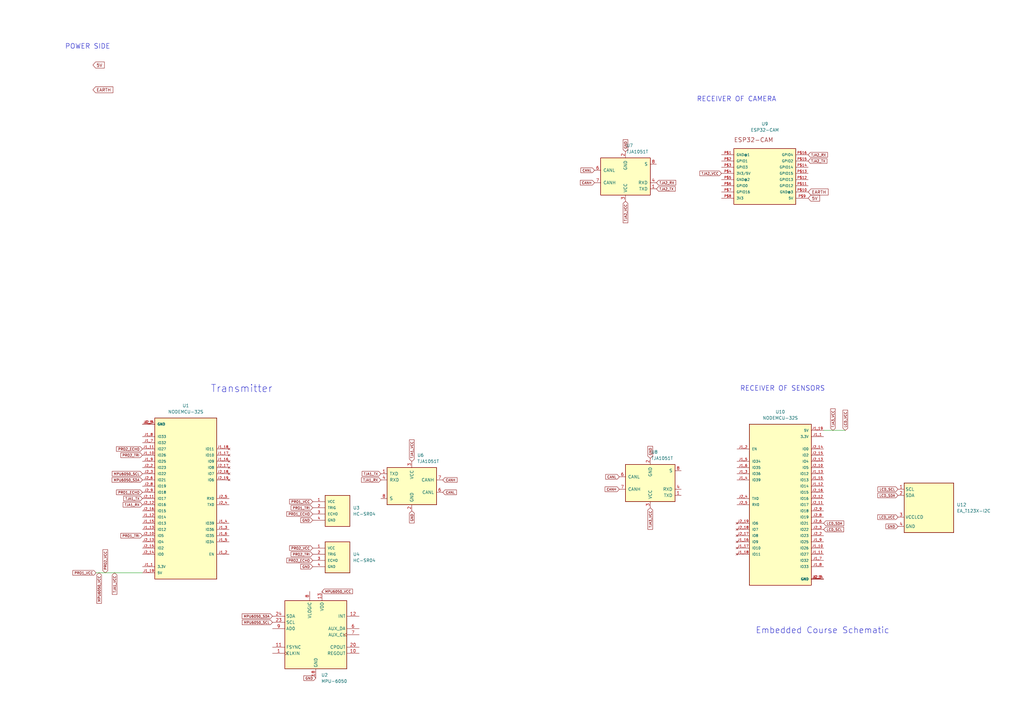
<source format=kicad_sch>
(kicad_sch (version 20230121) (generator eeschema)
  (paper "A3")
  (lib_symbols
    (symbol "Display_Character:EA_T123X-I2C"
      (property "Reference" "U" (at -8.89 11.43 0))
      (property "Value" "EA_T123X-I2C" (at 3.556 11.684 0))
      (symbol "EA_T123X-I2C_0_1"
        (rectangle (start -10.16 10.16) (end 10.16 -10.16) (stroke (width 0.254)) (fill (type background)))
      )
      (symbol "EA_T123X-I2C_1_1"
        (pin input line (at -12.7 7.62 0) (length 2.54) (name "SCL") (number "1"))
        (pin bidirectional line (at -12.7 5.08 0) (length 2.54) (name "SDA") (number "2"))
        (pin input line (at -12.7 -3.81 0) (length 2.54) (name "VCCLCD") (number "3"))
        (pin input line (at -12.7 -7.62 0) (length 2.54) (name "GND") (number "4"))
      )
    )
    (symbol "ESP32-CAM:ESP32-CAM" (pin_names (offset 1.016))
      (property "Reference" "U" (at 0 0 0))
      (property "Value" "ESP32-CAM" (at 0 0 0))
      (symbol "ESP32-CAM_0_0"
        (rectangle (start -12.7 -10.16) (end 12.7 12.7) (stroke (width 0.254)) (fill (type background)))
        (text "ESP32-CAM" (at -12.7 15.24 0) (effects (font (size 1.778 1.778)) (justify left bottom)))
        (pin bidirectional line (at -17.78 10.16 0) (length 5.08) (name "GND@1") (number "P$1"))
        (pin bidirectional line (at 17.78 -5.08 180) (length 5.08) (name "GND@3") (number "P$10"))
        (pin bidirectional line (at 17.78 -2.54 180) (length 5.08) (name "GPIO12") (number "P$11"))
        (pin bidirectional line (at 17.78 0 180) (length 5.08) (name "GPIO13") (number "P$12"))
        (pin bidirectional line (at 17.78 2.54 180) (length 5.08) (name "GPIO15") (number "P$13"))
        (pin bidirectional line (at 17.78 5.08 180) (length 5.08) (name "GPIO14") (number "P$14"))
        (pin bidirectional line (at 17.78 7.62 180) (length 5.08) (name "GPIO2") (number "P$15"))
        (pin bidirectional line (at 17.78 10.16 180) (length 5.08) (name "GPIO4") (number "P$16"))
        (pin bidirectional line (at -17.78 7.62 0) (length 5.08) (name "GPIO1") (number "P$2"))
        (pin bidirectional line (at -17.78 5.08 0) (length 5.08) (name "GPIO3") (number "P$3"))
        (pin bidirectional line (at -17.78 2.54 0) (length 5.08) (name "3V3/5V") (number "P$4"))
        (pin bidirectional line (at -17.78 0 0) (length 5.08) (name "GND@2") (number "P$5"))
        (pin bidirectional line (at -17.78 -2.54 0) (length 5.08) (name "GPIO0") (number "P$6"))
        (pin bidirectional line (at -17.78 -5.08 0) (length 5.08) (name "GPIO16") (number "P$7"))
        (pin bidirectional line (at -17.78 -7.62 0) (length 5.08) (name "3V3") (number "P$8"))
        (pin bidirectional line (at 17.78 -7.62 180) (length 5.08) (name "5V") (number "P$9"))
      )
    )
    (symbol "HC-SR04:HC-SR04" (pin_names (offset 1.016))
      (property "Reference" "U" (at 0 5.0813 0))
      (property "Value" "HC-SR04" (at 0 -10.163 0))
      (symbol "HC-SR04_0_0"
        (rectangle (start 0 -7.62) (end 10.16 5.08) (stroke (width 0.254)) (fill (type background)))
        (pin power_in line (at -5.08 2.54 0) (length 5.08) (name "VCC") (number "1"))
        (pin bidirectional line (at -5.08 0 0) (length 5.08) (name "TRIG") (number "2"))
        (pin bidirectional line (at -5.08 -2.54 0) (length 5.08) (name "ECHO") (number "3"))
        (pin power_in line (at -5.08 -5.08 0) (length 5.08) (name "GND") (number "4"))
      )
    )
    (symbol "Interface_CAN_LIN:TJA1051T" (pin_names (offset 1.016))
      (property "Reference" "U" (at -10.16 8.89 0))
      (property "Value" "TJA1051T" (at 1.27 8.89 0))
      (symbol "TJA1051T_0_1"
        (rectangle (start -10.16 7.62) (end 10.16 -7.62) (stroke (width 0.254)) (fill (type background)))
      )
      (symbol "TJA1051T_1_1"
        (pin input line (at -12.7 5.08 0) (length 2.54) (name "TXD") (number "1"))
        (pin power_in line (at 0 -10.16 90) (length 2.54) (name "GND") (number "2"))
        (pin power_in line (at 0 10.16 270) (length 2.54) (name "VCC") (number "3"))
        (pin output line (at -12.7 2.54 0) (length 2.54) (name "RXD") (number "4"))
        (pin no_connect line (at -10.16 -2.54 0) (length 2.54) hide (name "NC") (number "5"))
        (pin bidirectional line (at 12.7 -2.54 180) (length 2.54) (name "CANL") (number "6"))
        (pin bidirectional line (at 12.7 2.54 180) (length 2.54) (name "CANH") (number "7"))
        (pin input line (at -12.7 -5.08 0) (length 2.54) (name "S") (number "8"))
      )
    )
    (symbol "NODEMCU-32S:NODEMCU-32S" (pin_names (offset 1.016))
      (property "Reference" "U" (at -12.7 33.782 0))
      (property "Value" "NODEMCU-32S" (at -12.7 -35.56 0))
      (symbol "NODEMCU-32S_0_0"
        (rectangle (start -12.7 -33.02) (end 12.7 33.02) (stroke (width 0.254)) (fill (type background)))
        (pin power_in line (at 17.78 27.94 180) (length 5.08) (name "3.3V") (number "J1_1"))
        (pin bidirectional line (at 17.78 -17.78 180) (length 5.08) (name "IO26") (number "J1_10"))
        (pin bidirectional line (at 17.78 -20.32 180) (length 5.08) (name "IO27") (number "J1_11"))
        (pin bidirectional line (at 17.78 7.62 180) (length 5.08) (name "IO14") (number "J1_12"))
        (pin bidirectional line (at 17.78 12.7 180) (length 5.08) (name "IO12") (number "J1_13"))
        (pin power_in line (at 17.78 -30.48 180) (length 5.08) (name "GND") (number "J1_14"))
        (pin bidirectional line (at 17.78 10.16 180) (length 5.08) (name "IO13") (number "J1_15"))
        (pin no_connect line (at -17.78 -15.24 0) (length 5.08) (name "IO9") (number "J1_16"))
        (pin no_connect line (at -17.78 -17.78 0) (length 5.08) (name "IO10") (number "J1_17"))
        (pin no_connect line (at -17.78 -20.32 0) (length 5.08) (name "IO11") (number "J1_18"))
        (pin power_in line (at 17.78 30.48 180) (length 5.08) (name "5V") (number "J1_19"))
        (pin input line (at -17.78 22.86 0) (length 5.08) (name "EN") (number "J1_2"))
        (pin input line (at -17.78 12.7 0) (length 5.08) (name "IO36") (number "J1_3"))
        (pin input line (at -17.78 10.16 0) (length 5.08) (name "IO39") (number "J1_4"))
        (pin input line (at -17.78 17.78 0) (length 5.08) (name "IO34") (number "J1_5"))
        (pin input line (at -17.78 15.24 0) (length 5.08) (name "IO35") (number "J1_6"))
        (pin bidirectional line (at 17.78 -22.86 180) (length 5.08) (name "IO32") (number "J1_7"))
        (pin bidirectional line (at 17.78 -25.4 180) (length 5.08) (name "IO33") (number "J1_8"))
        (pin bidirectional line (at 17.78 -15.24 180) (length 5.08) (name "IO25") (number "J1_9"))
        (pin power_in line (at 17.78 -30.48 180) (length 5.08) (name "GND") (number "J2_1"))
        (pin bidirectional line (at 17.78 15.24 180) (length 5.08) (name "IO5") (number "J2_10"))
        (pin bidirectional line (at 17.78 0 180) (length 5.08) (name "IO17") (number "J2_11"))
        (pin bidirectional line (at 17.78 2.54 180) (length 5.08) (name "IO16") (number "J2_12"))
        (pin bidirectional line (at 17.78 17.78 180) (length 5.08) (name "IO4") (number "J2_13"))
        (pin bidirectional line (at 17.78 22.86 180) (length 5.08) (name "IO0") (number "J2_14"))
        (pin bidirectional line (at 17.78 20.32 180) (length 5.08) (name "IO2") (number "J2_15"))
        (pin bidirectional line (at 17.78 5.08 180) (length 5.08) (name "IO15") (number "J2_16"))
        (pin no_connect line (at -17.78 -12.7 0) (length 5.08) (name "IO8") (number "J2_17"))
        (pin no_connect line (at -17.78 -10.16 0) (length 5.08) (name "IO7") (number "J2_18"))
        (pin no_connect line (at -17.78 -7.62 0) (length 5.08) (name "IO6") (number "J2_19"))
        (pin bidirectional line (at 17.78 -12.7 180) (length 5.08) (name "IO23") (number "J2_2"))
        (pin bidirectional line (at 17.78 -10.16 180) (length 5.08) (name "IO22") (number "J2_3"))
        (pin bidirectional line (at -17.78 2.54 0) (length 5.08) (name "TX0") (number "J2_4"))
        (pin bidirectional line (at -17.78 0 0) (length 5.08) (name "RX0") (number "J2_5"))
        (pin bidirectional line (at 17.78 -7.62 180) (length 5.08) (name "IO21") (number "J2_6"))
        (pin power_in line (at 17.78 -30.48 180) (length 5.08) (name "GND") (number "J2_7"))
        (pin bidirectional line (at 17.78 -5.08 180) (length 5.08) (name "IO19") (number "J2_8"))
        (pin bidirectional line (at 17.78 -2.54 180) (length 5.08) (name "IO18") (number "J2_9"))
      )
    )
    (symbol "Sensor_Motion:MPU-6050"
      (property "Reference" "U" (at -11.43 13.97 0))
      (property "Value" "MPU-6050" (at 7.62 -15.24 0))
      (symbol "MPU-6050_0_0"
        (text "" (at 12.7 -2.54 0) (effects (font (size 1.27 1.27))))
      )
      (symbol "MPU-6050_0_1"
        (rectangle (start -12.7 13.97) (end 12.7 -13.97) (stroke (width 0.254)) (fill (type background)))
      )
      (symbol "MPU-6050_1_1"
        (pin input clock (at -17.78 -7.62 0) (length 5.08) (name "CLKIN") (number "1"))
        (pin passive line (at 17.78 -7.62 180) (length 5.08) (name "REGOUT") (number "10"))
        (pin input line (at -17.78 -5.08 0) (length 5.08) (name "FSYNC") (number "11"))
        (pin output line (at 17.78 7.62 180) (length 5.08) (name "INT") (number "12"))
        (pin power_in line (at 2.54 17.78 270) (length 3.81) (name "VDD") (number "13"))
        (pin no_connect line (at -12.7 -10.16 0) (length 2.54) hide (name "NC") (number "14"))
        (pin no_connect line (at 12.7 12.7 180) (length 2.54) hide (name "NC") (number "15"))
        (pin no_connect line (at 12.7 10.16 180) (length 2.54) hide (name "NC") (number "16"))
        (pin no_connect line (at 12.7 5.08 180) (length 2.54) hide (name "NC") (number "17"))
        (pin power_in line (at 0 -17.78 90) (length 3.81) (name "GND") (number "18"))
        (pin no_connect line (at 12.7 -10.16 180) (length 2.54) hide (name "RESV") (number "19"))
        (pin no_connect line (at -12.7 12.7 0) (length 2.54) hide (name "NC") (number "2"))
        (pin passive line (at 17.78 -5.08 180) (length 5.08) (name "CPOUT") (number "20"))
        (pin no_connect line (at 12.7 -2.54 180) (length 2.54) hide (name "RESV") (number "21"))
        (pin no_connect line (at 12.7 -12.7 180) (length 2.54) hide (name "RESV") (number "22"))
        (pin input line (at -17.78 5.08 0) (length 5.08) (name "SCL") (number "23"))
        (pin bidirectional line (at -17.78 7.62 0) (length 5.08) (name "SDA") (number "24"))
        (pin no_connect line (at -12.7 10.16 0) (length 2.54) hide (name "NC") (number "3"))
        (pin no_connect line (at -12.7 0 0) (length 2.54) hide (name "NC") (number "4"))
        (pin no_connect line (at -12.7 -2.54 0) (length 2.54) hide (name "NC") (number "5"))
        (pin bidirectional line (at 17.78 2.54 180) (length 5.08) (name "AUX_DA") (number "6"))
        (pin output clock (at 17.78 0 180) (length 5.08) (name "AUX_CL") (number "7"))
        (pin power_in line (at -2.54 17.78 270) (length 3.81) (name "VLOGIC") (number "8"))
        (pin input line (at -17.78 2.54 0) (length 5.08) (name "AD0") (number "9"))
      )
    )
  )
  (wire (pts (xy 39.37 234.95) (xy 58.42 234.95)))
  (wire (pts (xy 346.71 176.53) (xy 337.82 176.53)))
  (text "Embedded Course Schematic\n\n" (at 309.88 264.16 0) (effects (font (size 2.5 2.5)) (justify left bottom)))
  (text "POWER SIDE \n" (at 26.67 20.32 0) (effects (font (size 2 2)) (justify left bottom)))
  (text "RECEIVER OF SENSORS\n\n" (at 303.53 163.83 0) (effects (font (size 2 2)) (justify left bottom)))
  (text "RECEIVER OF CAMERA\n" (at 285.75 41.91 0) (effects (font (size 2 2)) (justify left bottom)))
  (text "Transmitter\n" (at 86.36 161.29 0) (effects (font (size 3 3)) (justify left bottom)))
  (global_label "5V" (shape input) (at 331.47 81.28 0) (property "Intersheetrefs" "${INTERSHEET_REFS}" (effects hide)))
  (global_label "TJA2_VCC" (shape input) (at 256.54 82.55 270) (effects (font (size 1 1))) (property "Intersheetrefs" "${INTERSHEET_REFS}" (effects hide)))
  (global_label "PRO2_VCC" (shape input) (at 43.18 234.95 90) (effects (font (size 1 1))) (property "Intersheetrefs" "${INTERSHEET_REFS}" (effects hide)))
  (global_label "TJA1_TX" (shape input) (at 156.21 194.31 180) (effects (font (size 1 1))) (property "Intersheetrefs" "${INTERSHEET_REFS}" (effects hide)))
  (global_label "TJA3_VCC" (shape input) (at 266.7 208.28 270) (effects (font (size 1 1))) (property "Intersheetrefs" "${INTERSHEET_REFS}" (effects hide)))
  (global_label "PRO2_TRI" (shape input) (at 128.27 227.33 180) (effects (font (size 1 1))) (property "Intersheetrefs" "${INTERSHEET_REFS}" (effects hide)))
  (global_label "MPU6050_SCL" (shape input) (at 58.42 194.31 180) (effects (font (size 1 1))) (property "Intersheetrefs" "${INTERSHEET_REFS}" (effects hide)))
  (global_label "MPU6050_VCC" (shape input) (at 132.08 242.57 0) (effects (font (size 1 1))) (property "Intersheetrefs" "${INTERSHEET_REFS}" (effects hide)))
  (global_label "PRO1_TRI" (shape input) (at 128.27 208.28 180) (effects (font (size 1 1))) (property "Intersheetrefs" "${INTERSHEET_REFS}" (effects hide)))
  (global_label "MPU6050_SDA" (shape input) (at 58.42 196.85 180) (effects (font (size 1 1))) (property "Intersheetrefs" "${INTERSHEET_REFS}" (effects hide)))
  (global_label "CANH" (shape input) (at 243.84 74.93 180) (effects (font (size 1 1))) (property "Intersheetrefs" "${INTERSHEET_REFS}" (effects hide)))
  (global_label "EARTH" (shape input) (at 331.47 78.74 0) (property "Intersheetrefs" "${INTERSHEET_REFS}" (effects hide)))
  (global_label "EARTH" (shape input) (at 38.1 36.83 0) (property "Intersheetrefs" "${INTERSHEET_REFS}" (effects hide)))
  (global_label "LCD_SCL" (shape input) (at 368.3 200.66 180) (effects (font (size 1 1))) (property "Intersheetrefs" "${INTERSHEET_REFS}" (effects hide)))
  (global_label "PRO1_VCC" (shape input) (at 128.27 205.74 180) (effects (font (size 1 1))) (property "Intersheetrefs" "${INTERSHEET_REFS}" (effects hide)))
  (global_label "PRO1_VCC" (shape input) (at 39.37 234.95 180) (effects (font (size 1 1))) (property "Intersheetrefs" "${INTERSHEET_REFS}" (effects hide)))
  (global_label "MPU6050_SCL" (shape input) (at 111.76 255.27 180) (effects (font (size 1 1))) (property "Intersheetrefs" "${INTERSHEET_REFS}" (effects hide)))
  (global_label "LCD_VCC" (shape input) (at 368.3 212.09 180) (effects (font (size 1 1))) (property "Intersheetrefs" "${INTERSHEET_REFS}" (effects hide)))
  (global_label "PRO2_ECHO" (shape input) (at 58.42 184.15 180) (effects (font (size 1 1))) (property "Intersheetrefs" "${INTERSHEET_REFS}" (effects hide)))
  (global_label "PRO2_VCC" (shape input) (at 128.27 224.79 180) (effects (font (size 1 1))) (property "Intersheetrefs" "${INTERSHEET_REFS}" (effects hide)))
  (global_label "LCD_SDA" (shape input) (at 368.3 203.2 180) (effects (font (size 1 1))) (property "Intersheetrefs" "${INTERSHEET_REFS}" (effects hide)))
  (global_label "CANL" (shape input) (at 243.84 69.85 180) (effects (font (size 1 1))) (property "Intersheetrefs" "${INTERSHEET_REFS}" (effects hide)))
  (global_label "GND" (shape input) (at 129.54 278.13 180) (effects (font (size 1 1))) (property "Intersheetrefs" "${INTERSHEET_REFS}" (effects hide)))
  (global_label "GND" (shape input) (at 266.7 187.96 90) (effects (font (size 1 1))) (property "Intersheetrefs" "${INTERSHEET_REFS}" (effects hide)))
  (global_label "PRO2_ECHO" (shape input) (at 128.27 229.87 180) (effects (font (size 1 1))) (property "Intersheetrefs" "${INTERSHEET_REFS}" (effects hide)))
  (global_label "CANL" (shape input) (at 181.61 201.93 0) (effects (font (size 1 1))) (property "Intersheetrefs" "${INTERSHEET_REFS}" (effects hide)))
  (global_label "5V" (shape input) (at 38.1 26.67 0) (property "Intersheetrefs" "${INTERSHEET_REFS}" (effects hide)))
  (global_label "TJA1_RX" (shape input) (at 156.21 196.85 180) (effects (font (size 1 1))) (property "Intersheetrefs" "${INTERSHEET_REFS}" (effects hide)))
  (global_label "TJA2_TX" (shape input) (at 269.24 77.47 0) (effects (font (size 1 1))) (property "Intersheetrefs" "${INTERSHEET_REFS}" (effects hide)))
  (global_label "TJA2_TX" (shape input) (at 331.47 66.04 0) (effects (font (size 1 1))) (property "Intersheetrefs" "${INTERSHEET_REFS}" (effects hide)))
  (global_label "PRO1_ECHO" (shape input) (at 128.27 210.82 180) (effects (font (size 1 1))) (property "Intersheetrefs" "${INTERSHEET_REFS}" (effects hide)))
  (global_label "GND" (shape input) (at 128.27 213.36 180) (effects (font (size 1 1))) (property "Intersheetrefs" "${INTERSHEET_REFS}" (effects hide)))
  (global_label "GND" (shape input) (at 368.3 215.9 180) (effects (font (size 1 1))) (property "Intersheetrefs" "${INTERSHEET_REFS}" (effects hide)))
  (global_label "CANL" (shape input) (at 254 195.58 180) (effects (font (size 1 1))) (property "Intersheetrefs" "${INTERSHEET_REFS}" (effects hide)))
  (global_label "LCD_VCC" (shape input) (at 346.71 176.53 90) (effects (font (size 1 1))) (property "Intersheetrefs" "${INTERSHEET_REFS}" (effects hide)))
  (global_label "LCD_SCL" (shape input) (at 337.82 217.17 0) (effects (font (size 1 1))) (property "Intersheetrefs" "${INTERSHEET_REFS}" (effects hide)))
  (global_label "TJA2_VCC" (shape input) (at 295.91 71.12 180) (effects (font (size 1 1))) (property "Intersheetrefs" "${INTERSHEET_REFS}" (effects hide)))
  (global_label "TJA1_VCC" (shape input) (at 168.91 189.23 90) (effects (font (size 1 1))) (property "Intersheetrefs" "${INTERSHEET_REFS}" (effects hide)))
  (global_label "CANH" (shape input) (at 254 200.66 180) (effects (font (size 1 1))) (property "Intersheetrefs" "${INTERSHEET_REFS}" (effects hide)))
  (global_label "PRO1_TRI" (shape input) (at 58.42 219.71 180) (effects (font (size 1 1))) (property "Intersheetrefs" "${INTERSHEET_REFS}" (effects hide)))
  (global_label "GND" (shape input) (at 256.54 62.23 90) (effects (font (size 1 1))) (property "Intersheetrefs" "${INTERSHEET_REFS}" (effects hide)))
  (global_label "GND" (shape input) (at 168.91 209.55 270) (effects (font (size 1 1))) (property "Intersheetrefs" "${INTERSHEET_REFS}" (effects hide)))
  (global_label "PRO2_TRI" (shape input) (at 58.42 186.69 180) (effects (font (size 1 1))) (property "Intersheetrefs" "${INTERSHEET_REFS}" (effects hide)))
  (global_label "TJA1_VCC" (shape input) (at 46.99 234.95 270) (effects (font (size 1 1))) (property "Intersheetrefs" "${INTERSHEET_REFS}" (effects hide)))
  (global_label "TJA3_VCC" (shape input) (at 341.63 176.53 90) (effects (font (size 1 1))) (property "Intersheetrefs" "${INTERSHEET_REFS}" (effects hide)))
  (global_label "TJA1_RX" (shape input) (at 58.42 207.01 180) (effects (font (size 1 1))) (property "Intersheetrefs" "${INTERSHEET_REFS}" (effects hide)))
  (global_label "LCD_SDA" (shape input) (at 337.82 214.63 0) (effects (font (size 1 1))) (property "Intersheetrefs" "${INTERSHEET_REFS}" (effects hide)))
  (global_label "GND" (shape input) (at 128.27 232.41 180) (effects (font (size 1 1))) (property "Intersheetrefs" "${INTERSHEET_REFS}" (effects hide)))
  (global_label "CANH" (shape input) (at 181.61 196.85 0) (effects (font (size 1 1))) (property "Intersheetrefs" "${INTERSHEET_REFS}" (effects hide)))
  (global_label "PRO1_ECHO" (shape input) (at 58.42 201.93 180) (effects (font (size 1 1))) (property "Intersheetrefs" "${INTERSHEET_REFS}" (effects hide)))
  (global_label "MPU6050_SDA" (shape input) (at 111.76 252.73 180) (effects (font (size 1 1))) (property "Intersheetrefs" "${INTERSHEET_REFS}" (effects hide)))
  (global_label "TJA1_TX" (shape input) (at 58.42 204.47 180) (effects (font (size 1 1))) (property "Intersheetrefs" "${INTERSHEET_REFS}" (effects hide)))
  (global_label "MPU6050_VCC" (shape input) (at 40.64 234.95 270) (effects (font (size 1 1))) (property "Intersheetrefs" "${INTERSHEET_REFS}" (effects hide)))
  (global_label "TJA2_RX" (shape input) (at 269.24 74.93 0) (effects (font (size 1 1))) (property "Intersheetrefs" "${INTERSHEET_REFS}" (effects hide)))
  (global_label "TJA2_RX" (shape input) (at 331.47 63.5 0) (effects (font (size 1 1))) (property "Intersheetrefs" "${INTERSHEET_REFS}" (effects hide)))
  (symbol (lib_id "NODEMCU-32S:NODEMCU-32S") (at 76.2 204.47 180) (unit 1)
    (property "Reference" "U1" (at 76.2 166.37 0))
    (property "Value" "NODEMCU-32S" (at 76.2 168.91 0))
    (property "Footprint" "NODEMCU-32S:MODULE_NODEMCU-32S" (effects hide))
    (property "MF" "AI-Thinker" (effects hide))
    (property "MAXIMUM_PACKAGE_HEIGHT" "3.00mm" (effects hide))
    (property "Package" "Package" (effects hide))
    (property "Price" "None" (effects hide))
    (property "Check_prices" "https://www.snapeda.com/parts/NODEMCU-32S/AI-Thinker/view-part/?ref=eda" (effects hide))
    (property "STANDARD" "Manufacturer Recommendations" (effects hide))
    (property "PARTREV" "V1" (effects hide))
    (property "SnapEDA_Link" "https://www.snapeda.com/parts/NODEMCU-32S/AI-Thinker/view-part/?ref=snap" (effects hide))
    (property "MP" "NODEMCU-32S" (effects hide))
    (property "Description" "\nWIFI MODULE V1\n" (effects hide))
    (property "Availability" "Not in stock" (effects hide))
    (property "MANUFACTURER" "AI-Thinker" (effects hide))
  )
  (symbol (lib_id "HC-SR04:HC-SR04") (at 133.35 208.28 0) (unit 1)
    (property "Reference" "U3" (at 144.78 208.28 0) (effects (justify left)))
    (property "Value" "HC-SR04" (at 144.78 210.82 0) (effects (justify left)))
    (property "Footprint" "HC-SR04:XCVR_HC-SR04" (effects hide))
    (property "MF" "OSEPP Electronics LTD" (effects hide))
    (property "Description" "\nUltrasonic Sensor Module,Rectangular,20-4000 mm,5 V,15 mA,Arduino Compatible | OSEPP HC-SR04\n" (effects hide))
    (property "Package" "None" (effects hide))
    (property "Price" "None" (effects hide))
    (property "Check_prices" "https://www.snapeda.com/parts/HC-SR04/Applied+Avionics/view-part/?ref=eda" (effects hide))
    (property "SnapEDA_Link" "https://www.snapeda.com/parts/HC-SR04/Applied+Avionics/view-part/?ref=snap" (effects hide))
    (property "MP" "HC-SR04" (effects hide))
    (property "Availability" "In Stock" (effects hide))
    (property "MANUFACTURER" "Osepp" (effects hide))
  )
  (symbol (lib_id "Interface_CAN_LIN:TJA1051T") (at 266.7 198.12 180) (unit 1)
    (property "Reference" "U8" (at 267.0459 185.42 0) (effects (justify right)))
    (property "Value" "TJA1051T" (at 267.0459 187.96 0) (effects (justify right)))
    (property "Footprint" "Package_SO:SOIC-8_3.9x4.9mm_P1.27mm" (effects hide))
    (property "Datasheet" "http://www.nxp.com/docs/en/data-sheet/TJA1051.pdf" (effects hide))
  )
  (symbol (lib_id "Sensor_Motion:MPU-6050") (at 129.54 260.35 0) (unit 1)
    (property "Reference" "U2" (at 131.7341 276.86 0) (effects (justify left)))
    (property "Value" "MPU-6050" (at 131.7341 279.4 0) (effects (justify left)))
    (property "Footprint" "Sensor_Motion:InvenSense_QFN-24_4x4mm_P0.5mm" (effects hide))
    (property "Datasheet" "https://invensense.tdk.com/wp-content/uploads/2015/02/MPU-6000-Datasheet1.pdf" (effects hide))
  )
  (symbol (lib_id "NODEMCU-32S:NODEMCU-32S") (at 320.04 207.01 0) (unit 1)
    (property "Reference" "U10" (at 320.04 168.91 0))
    (property "Value" "NODEMCU-32S" (at 320.04 171.45 0))
    (property "Footprint" "NODEMCU-32S:MODULE_NODEMCU-32S" (effects hide))
    (property "MF" "AI-Thinker" (effects hide))
    (property "MAXIMUM_PACKAGE_HEIGHT" "3.00mm" (effects hide))
    (property "Package" "Package" (effects hide))
    (property "Price" "None" (effects hide))
    (property "Check_prices" "https://www.snapeda.com/parts/NODEMCU-32S/AI-Thinker/view-part/?ref=eda" (effects hide))
    (property "STANDARD" "Manufacturer Recommendations" (effects hide))
    (property "PARTREV" "V1" (effects hide))
    (property "SnapEDA_Link" "https://www.snapeda.com/parts/NODEMCU-32S/AI-Thinker/view-part/?ref=snap" (effects hide))
    (property "MP" "NODEMCU-32S" (effects hide))
    (property "Description" "\nWIFI MODULE V1\n" (effects hide))
    (property "Availability" "Not in stock" (effects hide))
    (property "MANUFACTURER" "AI-Thinker" (effects hide))
  )
  (symbol (lib_id "ESP32-CAM:ESP32-CAM") (at 313.69 73.66 0) (unit 1)
    (property "Reference" "U9" (at 313.69 50.8 0))
    (property "Value" "ESP32-CAM" (at 313.69 53.34 0))
    (property "Footprint" "ESP32-CAM:ESP32-CAM" (effects hide))
    (property "MF" "AI-Thinker" (effects hide))
    (property "Description" "\nESP32 ESP32 Transceiver; 802.11 a/b/g/n (Wi-Fi, WiFi, WLAN), Bluetooth® Smart 4.x Low Energy (BLE) Evaluation Board\n" (effects hide))
    (property "Package" "None" (effects hide))
    (property "Price" "None" (effects hide))
    (property "SnapEDA_Link" "https://www.snapeda.com/parts/ESP32-CAM/AI-Thinker/view-part/?ref=snap" (effects hide))
    (property "MP" "ESP32-CAM" (effects hide))
    (property "Availability" "Not in stock" (effects hide))
    (property "Check_prices" "https://www.snapeda.com/parts/ESP32-CAM/AI-Thinker/view-part/?ref=eda" (effects hide))
  )
  (symbol (lib_id "Interface_CAN_LIN:TJA1051T") (at 168.91 199.39 0) (unit 1)
    (property "Reference" "U6" (at 171.1041 186.69 0) (effects (justify left)))
    (property "Value" "TJA1051T" (at 171.1041 189.23 0) (effects (justify left)))
    (property "Footprint" "Package_SO:SOIC-8_3.9x4.9mm_P1.27mm" (effects hide))
    (property "Datasheet" "http://www.nxp.com/docs/en/data-sheet/TJA1051.pdf" (effects hide))
  )
  (symbol (lib_id "Interface_CAN_LIN:TJA1051T") (at 256.54 72.39 180) (unit 1)
    (property "Reference" "U7" (at 256.8859 59.69 0) (effects (justify right)))
    (property "Value" "TJA1051T" (at 256.8859 62.23 0) (effects (justify right)))
    (property "Footprint" "Package_SO:SOIC-8_3.9x4.9mm_P1.27mm" (effects hide))
    (property "Datasheet" "http://www.nxp.com/docs/en/data-sheet/TJA1051.pdf" (effects hide))
  )
  (symbol (lib_id "Display_Character:EA_T123X-I2C") (at 381 208.28 0) (unit 1)
    (property "Reference" "U12" (at 392.43 207.01 0) (effects (justify left)))
    (property "Value" "EA_T123X-I2C" (at 392.43 209.55 0) (effects (justify left)))
    (property "Footprint" "Display:EA_T123X-I2C" (effects hide))
    (property "Datasheet" "http://www.lcd-module.de/pdf/doma/t123-i2c.pdf" (effects hide))
  )
  (symbol (lib_id "HC-SR04:HC-SR04") (at 133.35 227.33 0) (unit 1)
    (property "Reference" "U4" (at 144.78 227.33 0) (effects (justify left)))
    (property "Value" "HC-SR04" (at 144.78 229.87 0) (effects (justify left)))
    (property "Footprint" "HC-SR04:XCVR_HC-SR04" (effects hide))
    (property "MF" "OSEPP Electronics LTD" (effects hide))
    (property "Description" "\nUltrasonic Sensor Module,Rectangular,20-4000 mm,5 V,15 mA,Arduino Compatible | OSEPP HC-SR04\n" (effects hide))
    (property "Package" "None" (effects hide))
    (property "Price" "None" (effects hide))
    (property "Check_prices" "https://www.snapeda.com/parts/HC-SR04/Applied+Avionics/view-part/?ref=eda" (effects hide))
    (property "SnapEDA_Link" "https://www.snapeda.com/parts/HC-SR04/Applied+Avionics/view-part/?ref=snap" (effects hide))
    (property "MP" "HC-SR04" (effects hide))
    (property "Availability" "In Stock" (effects hide))
    (property "MANUFACTURER" "Osepp" (effects hide))
  )
)
</source>
